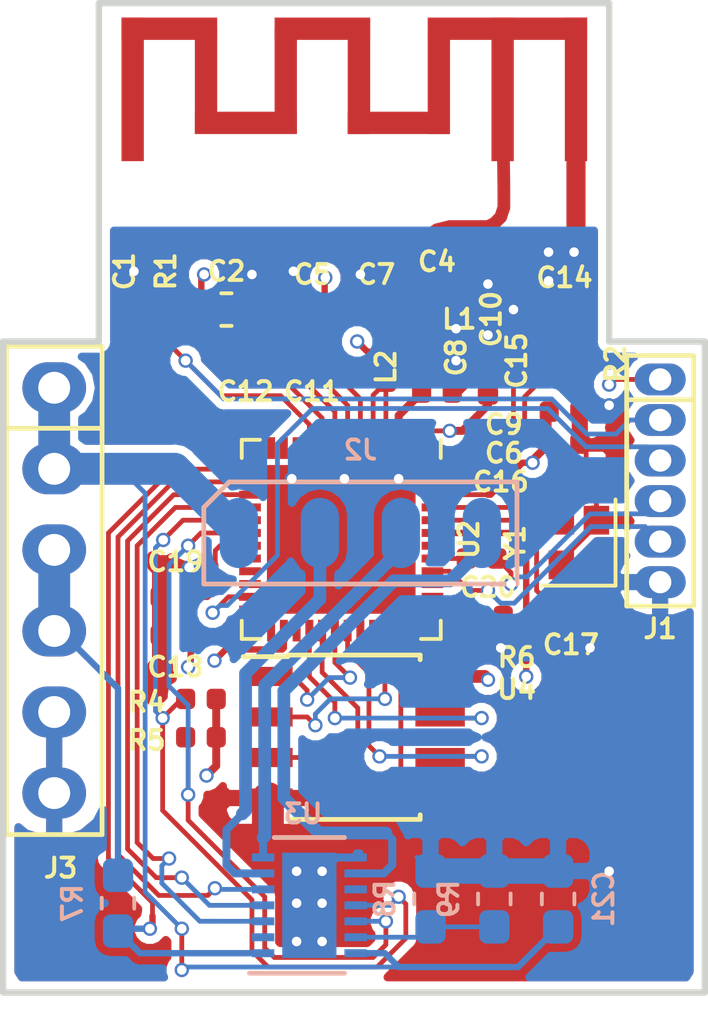
<source format=kicad_pcb>
(kicad_pcb (version 20171130) (host pcbnew "(5.0.0-rc2-199-gf785d2749)")
  (layers (0 TOP signal) (1 GND signal) (2 POWER signal) (31 BOTTOM signal) (34 B.Paste user) (35 F.Paste user) (36 B.SilkS user) (37 F.SilkS user) (38 B.Mask user) (39 F.Mask user) (44 Edge.Cuts user))
  (net 0 "")
  (net 1 /CHIP_PU)
  (net 2 GND)
  (net 3 +3V3)
  (net 4 /Ant)
  (net 5 "Net-(C8-Pad1)")
  (net 6 /SENSOR_VP)
  (net 7 "Net-(C11-Pad2)")
  (net 8 /SENSOR_VN)
  (net 9 "Net-(C12-Pad1)")
  (net 10 "Net-(C14-Pad1)")
  (net 11 "Net-(C15-Pad1)")
  (net 12 "Net-(C16-Pad1)")
  (net 13 "Net-(C17-Pad1)")
  (net 14 +15V)
  (net 15 /U0TXD)
  (net 16 /U0RXD)
  (net 17 /GPIO0)
  (net 18 /RED)
  (net 19 /GREEN)
  (net 20 /BLUE)
  (net 21 /LEDPG)
  (net 22 /FAULTB)
  (net 23 "Net-(R6-Pad2)")
  (net 24 /EN_RGB)
  (net 25 "Net-(R8-Pad2)")
  (net 26 /GPIO21)
  (net 27 /GPIO22)
  (net 28 /GPIO19)
  (net 29 /GPIO23)
  (net 30 /GPIO18)
  (net 31 /GPIO5)
  (net 32 /SDI|SD1)
  (net 33 /SDO|SD0)
  (net 34 /SCK|CLK)
  (net 35 /SCS|CMD)
  (net 36 /SWP|SD3)
  (net 37 /SHD|SD2)
  (net 38 /GPIO17)
  (net 39 /GPIO16)
  (net 40 /GPIO4)
  (net 41 /GPIO2)
  (net 42 /GPIO15)
  (net 43 /GPIO13)
  (net 44 /B)
  (net 45 /G)
  (net 46 /R)
  (net 47 /GPIO32)
  (net 48 /GPIO35)
  (net 49 /GPIO34)
  (net 50 "Net-(U3-Pad2)")
  (net 51 "Net-(U3-Pad10)")
  (net 52 "Net-(L2-Pad2)")
  (module Capacitor_SMD:C_0603_1608Metric_Pad1.05x0.95mm_HandSolder (layer BOTTOM) (at 143.4 105.06717 90)
    (fp_text reference C21 (at 0 1.43 90) (layer B.SilkS) (effects (font (size 0.6 0.6) (thickness 0.125)) (justify mirror)))
    (fp_text value 0.1uF)
    (pad 2 smd roundrect (at 0.875 0 90) (size 1.05 0.95) (layers BOTTOM B.Paste B.Mask) (net 2 GND))
    (pad 1 smd roundrect (at -0.875 0 90) (size 1.05 0.95) (layers BOTTOM B.Paste B.Mask) (net 14 +15V))
  )
  (module IOT_Design:6Pin_1.27mm_conn (layer TOP) (at 146.6 91.965 270)
    (fp_text reference J1 (at 4.635 0) (layer F.SilkS) (effects (font (size 0.6 0.6) (thickness 0.125))))
    (fp_text value DEBUG)
    (pad 1 thru_hole oval (at -3.175 0 270) (size 1 1.6) (drill 0.7) (layers *.Cu *.Mask) (net 3 +3V3))
    (pad 2 thru_hole oval (at -1.905 0 270) (size 1 1.6) (drill 0.7) (layers *.Cu *.Mask) (net 1 /CHIP_PU))
    (pad 3 thru_hole oval (at -0.635 0 270) (size 1 1.6) (drill 0.7) (layers *.Cu *.Mask) (net 17 /GPIO0))
    (pad 4 thru_hole oval (at 0.635 0 270) (size 1 1.6) (drill 0.7) (layers *.Cu *.Mask) (net 15 /U0TXD))
    (pad 5 thru_hole oval (at 1.905 0 270) (size 1 1.6) (drill 0.7) (layers *.Cu *.Mask) (net 16 /U0RXD))
    (pad 6 thru_hole oval (at 3.175 0 270) (size 1 1.6) (drill 0.7) (layers *.Cu *.Mask) (net 2 GND))
  )
  (module IOT_Design:6PIN_conn (layer TOP) (at 127.6 95.4 270)
    (fp_text reference J3 (at 8.7 -0.2) (layer F.SilkS) (effects (font (size 0.6 0.6) (thickness 0.125))))
    (fp_text value INPUT)
    (pad 1 thru_hole oval (at -6.35 0 270) (size 1.6 2) (drill 1) (layers *.Cu *.Mask) (net 14 +15V))
    (pad 2 thru_hole oval (at -3.81 0 270) (size 1.6 2) (drill 1) (layers *.Cu *.Mask) (net 14 +15V))
    (pad 3 thru_hole oval (at -1.27 0 270) (size 1.6 2) (drill 1) (layers *.Cu *.Mask) (net 3 +3V3))
    (pad 4 thru_hole oval (at 1.27 0 270) (size 1.6 2) (drill 1) (layers *.Cu *.Mask) (net 3 +3V3))
    (pad 5 thru_hole oval (at 3.81 0 270) (size 1.6 2) (drill 1) (layers *.Cu *.Mask) (net 2 GND))
    (pad 6 thru_hole oval (at 6.35 0 270) (size 1.6 2) (drill 1) (layers *.Cu *.Mask) (net 2 GND))
  )
  (module Resistor_SMD:R_0603_1608Metric_Pad1.05x0.95mm_HandSolder (layer BOTTOM) (at 129.6 105.2 270)
    (fp_text reference R7 (at 0 1.43 270) (layer B.SilkS) (effects (font (size 0.6 0.6) (thickness 0.125)) (justify mirror)))
    (fp_text value 12K)
    (pad 1 smd roundrect (at -0.875 0 270) (size 1.05 0.95) (layers BOTTOM B.Paste B.Mask) (net 3 +3V3))
    (pad 2 smd roundrect (at 0.875 0 270) (size 1.05 0.95) (layers BOTTOM B.Paste B.Mask) (net 24 /EN_RGB))
  )
  (module Resistor_SMD:R_0603_1608Metric_Pad1.05x0.95mm_HandSolder (layer BOTTOM) (at 139.4 105.06717 270)
    (fp_text reference R8 (at 0 1.43 270) (layer B.SilkS) (effects (font (size 0.6 0.6) (thickness 0.125)) (justify mirror)))
    (fp_text value 12K)
    (pad 1 smd roundrect (at -0.875 0 270) (size 1.05 0.95) (layers BOTTOM B.Paste B.Mask) (net 2 GND))
    (pad 2 smd roundrect (at 0.875 0 270) (size 1.05 0.95) (layers BOTTOM B.Paste B.Mask) (net 25 "Net-(R8-Pad2)"))
  )
  (module Resistor_SMD:R_0603_1608Metric_Pad1.05x0.95mm_HandSolder (layer BOTTOM) (at 141.4 105.06717 270)
    (fp_text reference R9 (at 0 1.43 270) (layer B.SilkS) (effects (font (size 0.6 0.6) (thickness 0.125)) (justify mirror)))
    (fp_text value 12K)
    (pad 2 smd roundrect (at 0.875 0 270) (size 1.05 0.95) (layers BOTTOM B.Paste B.Mask) (net 25 "Net-(R8-Pad2)"))
    (pad 1 smd roundrect (at -0.875 0 270) (size 1.05 0.95) (layers BOTTOM B.Paste B.Mask) (net 2 GND))
  )
  (module IOT_Design:PCB_Antenna_2_4_GHz_ESP32 (layer TOP) (at 136.96 77.8 90)
    (fp_text reference U1 hide)
    (fp_text value Antenna)
    (pad 1 smd rect (at 0 4.85 90) (size 0.7 5) (layers TOP F.Paste) (net 4 /Ant))
    (pad 1 smd rect (at 0 -0.95 90) (size 0.7 3) (layers TOP F.Paste) (net 4 /Ant))
    (pad 1 smd rect (at -1.62 -2.1 90) (size 3.3 0.7) (layers TOP F.Paste) (net 4 /Ant))
    (pad 1 smd rect (at -2.95 -3.35 90) (size 0.7 3.2) (layers TOP F.Paste) (net 4 /Ant))
    (pad 1 smd rect (at -1.62 -4.6 90) (size 3.3 0.7) (layers TOP F.Paste) (net 4 /Ant))
    (pad 1 smd rect (at -1.9 -6.9 90) (size 4.5 0.7) (layers TOP F.Paste) (net 4 /Ant))
    (pad 1 smd rect (at -1.65 0.195 90) (size 3.3 0.705) (layers TOP F.Paste) (net 4 /Ant))
    (pad 2 smd rect (at -1.9 7 90) (size 4.5 0.7) (layers TOP F.Paste) (net 2 GND))
    (pad 1 smd rect (at -1.9 4.7 90) (size 4.5 0.7) (layers TOP F.Paste) (net 4 /Ant))
    (pad 1 smd rect (at -1.65 2.7 90) (size 3.3 0.7) (layers TOP F.Paste) (net 4 /Ant))
    (pad 1 smd rect (at -2.95 1.44 90) (size 0.7 3.2) (layers TOP F.Paste) (net 4 /Ant))
    (pad 1 smd rect (at 0 -5.75 90) (size 0.7 3) (layers TOP F.Paste) (net 4 /Ant))
  )
  (module Package_DFN_QFN:QFN-48-1EP_6x6mm_P0.4mm_EP4.66x4.66mm (layer TOP) (at 136.6 93.8 270)
    (fp_text reference U2 (at 0 -4 270) (layer F.SilkS) (effects (font (size 0.6 0.6) (thickness 0.125))))
    (fp_text value ESP32)
    (pad 48 smd rect (at -2.2 -2.86 270) (size 0.25 0.68) (layers TOP F.Paste F.Mask) (net 10 "Net-(C14-Pad1)"))
    (pad 47 smd rect (at -1.8 -2.86 270) (size 0.25 0.68) (layers TOP F.Paste F.Mask) (net 11 "Net-(C15-Pad1)"))
    (pad 46 smd rect (at -1.4 -2.86 270) (size 0.25 0.68) (layers TOP F.Paste F.Mask) (net 3 +3V3))
    (pad 45 smd rect (at -1 -2.86 270) (size 0.25 0.68) (layers TOP F.Paste F.Mask) (net 12 "Net-(C16-Pad1)"))
    (pad 44 smd rect (at -0.6 -2.86 270) (size 0.25 0.68) (layers TOP F.Paste F.Mask) (net 13 "Net-(C17-Pad1)"))
    (pad 43 smd rect (at -0.2 -2.86 270) (size 0.25 0.68) (layers TOP F.Paste F.Mask) (net 3 +3V3))
    (pad 42 smd rect (at 0.2 -2.86 270) (size 0.25 0.68) (layers TOP F.Paste F.Mask) (net 26 /GPIO21))
    (pad 41 smd rect (at 0.6 -2.86 270) (size 0.25 0.68) (layers TOP F.Paste F.Mask) (net 23 "Net-(R6-Pad2)"))
    (pad 40 smd rect (at 1 -2.86 270) (size 0.25 0.68) (layers TOP F.Paste F.Mask) (net 16 /U0RXD))
    (pad 39 smd rect (at 1.4 -2.86 270) (size 0.25 0.68) (layers TOP F.Paste F.Mask) (net 27 /GPIO22))
    (pad 38 smd rect (at 1.8 -2.86 270) (size 0.25 0.68) (layers TOP F.Paste F.Mask) (net 28 /GPIO19))
    (pad 37 smd rect (at 2.2 -2.86 270) (size 0.25 0.68) (layers TOP F.Paste F.Mask) (net 3 +3V3))
    (pad 36 smd rect (at 2.86 -2.2 270) (size 0.68 0.25) (layers TOP F.Paste F.Mask) (net 29 /GPIO23))
    (pad 35 smd rect (at 2.86 -1.8 270) (size 0.68 0.25) (layers TOP F.Paste F.Mask) (net 30 /GPIO18))
    (pad 34 smd rect (at 2.86 -1.4 270) (size 0.68 0.25) (layers TOP F.Paste F.Mask) (net 31 /GPIO5))
    (pad 33 smd rect (at 2.86 -1 270) (size 0.68 0.25) (layers TOP F.Paste F.Mask) (net 32 /SDI|SD1))
    (pad 32 smd rect (at 2.86 -0.6 270) (size 0.68 0.25) (layers TOP F.Paste F.Mask) (net 33 /SDO|SD0))
    (pad 31 smd rect (at 2.86 -0.2 270) (size 0.68 0.25) (layers TOP F.Paste F.Mask) (net 34 /SCK|CLK))
    (pad 30 smd rect (at 2.86 0.2 270) (size 0.68 0.25) (layers TOP F.Paste F.Mask) (net 35 /SCS|CMD))
    (pad 29 smd rect (at 2.86 0.6 270) (size 0.68 0.25) (layers TOP F.Paste F.Mask) (net 36 /SWP|SD3))
    (pad 28 smd rect (at 2.86 1 270) (size 0.68 0.25) (layers TOP F.Paste F.Mask) (net 37 /SHD|SD2))
    (pad 27 smd rect (at 2.86 1.4 270) (size 0.68 0.25) (layers TOP F.Paste F.Mask) (net 38 /GPIO17))
    (pad 26 smd rect (at 2.86 1.8 270) (size 0.68 0.25) (layers TOP F.Paste F.Mask) (net 3 +3V3))
    (pad 25 smd rect (at 2.86 2.2 270) (size 0.68 0.25) (layers TOP F.Paste F.Mask) (net 39 /GPIO16))
    (pad 24 smd rect (at 2.2 2.86 270) (size 0.25 0.68) (layers TOP F.Paste F.Mask) (net 40 /GPIO4))
    (pad 23 smd rect (at 1.8 2.86 270) (size 0.25 0.68) (layers TOP F.Paste F.Mask) (net 17 /GPIO0))
    (pad 22 smd rect (at 1.4 2.86 270) (size 0.25 0.68) (layers TOP F.Paste F.Mask) (net 41 /GPIO2))
    (pad 21 smd rect (at 1 2.86 270) (size 0.25 0.68) (layers TOP F.Paste F.Mask) (net 42 /GPIO15))
    (pad 20 smd rect (at 0.6 2.86 270) (size 0.25 0.68) (layers TOP F.Paste F.Mask) (net 43 /GPIO13))
    (pad 19 smd rect (at 0.2 2.86 270) (size 0.25 0.68) (layers TOP F.Paste F.Mask) (net 3 +3V3))
    (pad 18 smd rect (at -0.2 2.86 270) (size 0.25 0.68) (layers TOP F.Paste F.Mask) (net 22 /FAULTB))
    (pad 17 smd rect (at -0.6 2.86 270) (size 0.25 0.68) (layers TOP F.Paste F.Mask) (net 21 /LEDPG))
    (pad 16 smd rect (at -1 2.86 270) (size 0.25 0.68) (layers TOP F.Paste F.Mask) (net 44 /B))
    (pad 15 smd rect (at -1.4 2.86 270) (size 0.25 0.68) (layers TOP F.Paste F.Mask) (net 45 /G))
    (pad 14 smd rect (at -1.8 2.86 270) (size 0.25 0.68) (layers TOP F.Paste F.Mask) (net 46 /R))
    (pad 13 smd rect (at -2.2 2.86 270) (size 0.25 0.68) (layers TOP F.Paste F.Mask) (net 24 /EN_RGB))
    (pad 12 smd rect (at -2.86 2.2 270) (size 0.68 0.25) (layers TOP F.Paste F.Mask) (net 47 /GPIO32))
    (pad 11 smd rect (at -2.86 1.8 270) (size 0.68 0.25) (layers TOP F.Paste F.Mask) (net 48 /GPIO35))
    (pad 10 smd rect (at -2.86 1.4 270) (size 0.68 0.25) (layers TOP F.Paste F.Mask) (net 49 /GPIO34))
    (pad 9 smd rect (at -2.86 1 270) (size 0.68 0.25) (layers TOP F.Paste F.Mask) (net 1 /CHIP_PU))
    (pad 8 smd rect (at -2.86 0.6 270) (size 0.68 0.25) (layers TOP F.Paste F.Mask) (net 8 /SENSOR_VN))
    (pad 7 smd rect (at -2.86 0.2 270) (size 0.68 0.25) (layers TOP F.Paste F.Mask) (net 9 "Net-(C12-Pad1)"))
    (pad 6 smd rect (at -2.86 -0.2 270) (size 0.68 0.25) (layers TOP F.Paste F.Mask) (net 7 "Net-(C11-Pad2)"))
    (pad 5 smd rect (at -2.86 -0.6 270) (size 0.68 0.25) (layers TOP F.Paste F.Mask) (net 6 /SENSOR_VP))
    (pad 4 smd rect (at -2.86 -1 270) (size 0.68 0.25) (layers TOP F.Paste F.Mask) (net 52 "Net-(L2-Pad2)"))
    (pad 3 smd rect (at -2.86 -1.4 270) (size 0.68 0.25) (layers TOP F.Paste F.Mask) (net 52 "Net-(L2-Pad2)"))
    (pad 2 smd rect (at -2.86 -1.8 270) (size 0.68 0.25) (layers TOP F.Paste F.Mask) (net 5 "Net-(C8-Pad1)"))
    (pad 1 smd rect (at -2.86 -2.2 270) (size 0.68 0.25) (layers TOP F.Paste F.Mask) (net 3 +3V3))
    (pad 49 smd rect (at 0 0 270) (size 4.66 4.66) (layers TOP F.Mask) (net 2 GND))
  )
  (module Package_DFN_QFN:DFN-14-1EP_3x4mm_P0.5mm_EP1.7x3.3mm (layer BOTTOM) (at 135.6 105.26717)
    (fp_text reference U3 (at -0.2 -2.86717) (layer B.SilkS) (effects (font (size 0.6 0.6) (thickness 0.125)) (justify mirror)))
    (fp_text value AL1793)
    (pad 1 smd rect (at -1.45 1.5) (size 0.7 0.25) (layers BOTTOM B.Paste B.Mask) (net 24 /EN_RGB))
    (pad 2 smd rect (at -1.45 1) (size 0.7 0.25) (layers BOTTOM B.Paste B.Mask) (net 50 "Net-(U3-Pad2)"))
    (pad 3 smd rect (at -1.45 0.5) (size 0.7 0.25) (layers BOTTOM B.Paste B.Mask) (net 44 /B))
    (pad 4 smd rect (at -1.45 0) (size 0.7 0.25) (layers BOTTOM B.Paste B.Mask) (net 45 /G))
    (pad 5 smd rect (at -1.45 -0.5) (size 0.7 0.25) (layers BOTTOM B.Paste B.Mask) (net 46 /R))
    (pad 6 smd rect (at -1.45 -1) (size 0.7 0.25) (layers BOTTOM B.Paste B.Mask) (net 18 /RED))
    (pad 7 smd rect (at -1.45 -1.5) (size 0.7 0.25) (layers BOTTOM B.Paste B.Mask) (net 19 /GREEN))
    (pad 8 smd rect (at 1.45 -1.5) (size 0.7 0.25) (layers BOTTOM B.Paste B.Mask) (net 2 GND))
    (pad 9 smd rect (at 1.45 -1) (size 0.7 0.25) (layers BOTTOM B.Paste B.Mask) (net 20 /BLUE))
    (pad 10 smd rect (at 1.45 -0.5) (size 0.7 0.25) (layers BOTTOM B.Paste B.Mask) (net 51 "Net-(U3-Pad10)"))
    (pad 11 smd rect (at 1.45 0) (size 0.7 0.25) (layers BOTTOM B.Paste B.Mask) (net 21 /LEDPG))
    (pad 12 smd rect (at 1.45 0.5) (size 0.7 0.25) (layers BOTTOM B.Paste B.Mask) (net 22 /FAULTB))
    (pad 13 smd rect (at 1.45 1) (size 0.7 0.25) (layers BOTTOM B.Paste B.Mask) (net 25 "Net-(R8-Pad2)"))
    (pad 14 smd rect (at 1.45 1.5) (size 0.7 0.25) (layers BOTTOM B.Paste B.Mask) (net 14 +15V))
    (pad 15 smd rect (at 0 0) (size 1.7 3.3) (layers BOTTOM B.Mask) (net 2 GND))
  )
  (module Package_SO:SOIC-8_3.9x4.9mm_P1.27mm (layer TOP) (at 137 100)
    (fp_text reference U4 (at 5.1 -1.5) (layer F.SilkS) (effects (font (size 0.6 0.6) (thickness 0.125))))
    (fp_text value Flash)
    (pad 1 smd rect (at -2.7 -1.905) (size 1.55 0.6) (layers TOP F.Paste F.Mask) (net 35 /SCS|CMD))
    (pad 2 smd rect (at -2.7 -0.635) (size 1.55 0.6) (layers TOP F.Paste F.Mask) (net 33 /SDO|SD0))
    (pad 3 smd rect (at -2.7 0.635) (size 1.55 0.6) (layers TOP F.Paste F.Mask) (net 36 /SWP|SD3))
    (pad 4 smd rect (at -2.7 1.905) (size 1.55 0.6) (layers TOP F.Paste F.Mask) (net 2 GND))
    (pad 5 smd rect (at 2.7 1.905) (size 1.55 0.6) (layers TOP F.Paste F.Mask) (net 32 /SDI|SD1))
    (pad 6 smd rect (at 2.7 0.635) (size 1.55 0.6) (layers TOP F.Paste F.Mask) (net 34 /SCK|CLK))
    (pad 7 smd rect (at 2.7 -0.635) (size 1.55 0.6) (layers TOP F.Paste F.Mask) (net 37 /SHD|SD2))
    (pad 8 smd rect (at 2.7 -1.905) (size 1.55 0.6) (layers TOP F.Paste F.Mask) (net 3 +3V3))
  )
  (module Capacitor_SMD:C_0402_1005Metric (layer TOP) (at 129.8 87 90)
    (fp_text reference C1 (at 1.6 0 90) (layer F.SilkS) (effects (font (size 0.6 0.6) (thickness 0.125))))
    (fp_text value 0.1uF)
    (pad 1 smd roundrect (at -0.48 0 90) (size 0.6 0.64) (layers TOP F.Paste F.Mask) (net 1 /CHIP_PU))
    (pad 2 smd roundrect (at 0.48 0 90) (size 0.6 0.64) (layers TOP F.Paste F.Mask) (net 2 GND))
  )
  (module Capacitor_SMD:C_0603_1608Metric (layer TOP) (at 133 86.6)
    (fp_text reference C2 (at 0 -1.2) (layer F.SilkS) (effects (font (size 0.6 0.6) (thickness 0.125))))
    (fp_text value 10uF)
    (pad 1 smd roundrect (at -0.7875 0) (size 0.875 0.95) (layers TOP F.Paste F.Mask) (net 3 +3V3))
    (pad 2 smd roundrect (at 0.7875 0) (size 0.875 0.95) (layers TOP F.Paste F.Mask) (net 2 GND))
  )
  (module Capacitor_SMD:C_0402_1005Metric (layer TOP) (at 139.6 86)
    (fp_text reference C4 (at 0 -0.9) (layer F.SilkS) (effects (font (size 0.6 0.6) (thickness 0.125))))
    (fp_text value 2.0pF)
    (pad 2 smd roundrect (at 0.48 0) (size 0.6 0.64) (layers TOP F.Paste F.Mask) (net 2 GND))
    (pad 1 smd roundrect (at -0.48 0) (size 0.6 0.64) (layers TOP F.Paste F.Mask) (net 4 /Ant))
  )
  (module Capacitor_SMD:C_0402_1005Metric (layer TOP) (at 135.6 86.6 180)
    (fp_text reference C5 (at -0.1 1.1 180) (layer F.SilkS) (effects (font (size 0.6 0.6) (thickness 0.125))))
    (fp_text value 1uF)
    (pad 1 smd roundrect (at -0.48 0 180) (size 0.6 0.64) (layers TOP F.Paste F.Mask) (net 3 +3V3))
    (pad 2 smd roundrect (at 0.48 0 180) (size 0.6 0.64) (layers TOP F.Paste F.Mask) (net 2 GND))
  )
  (module Capacitor_SMD:C_0402_1005Metric (layer TOP) (at 143.6 90.8)
    (fp_text reference C6 (at -1.9 0.3) (layer F.SilkS) (effects (font (size 0.6 0.6) (thickness 0.125))))
    (fp_text value 100pF)
    (pad 1 smd roundrect (at -0.48 0) (size 0.6 0.64) (layers TOP F.Paste F.Mask) (net 3 +3V3))
    (pad 2 smd roundrect (at 0.48 0) (size 0.6 0.64) (layers TOP F.Paste F.Mask) (net 2 GND))
  )
  (module Capacitor_SMD:C_0402_1005Metric (layer TOP) (at 137.6 86.6 180)
    (fp_text reference C7 (at -0.1 1.1 180) (layer F.SilkS) (effects (font (size 0.6 0.6) (thickness 0.125))))
    (fp_text value 0.1uF)
    (pad 2 smd roundrect (at 0.48 0 180) (size 0.6 0.64) (layers TOP F.Paste F.Mask) (net 2 GND))
    (pad 1 smd roundrect (at -0.48 0 180) (size 0.6 0.64) (layers TOP F.Paste F.Mask) (net 3 +3V3))
  )
  (module Capacitor_SMD:C_0402_1005Metric (layer TOP) (at 139.6 89.2)
    (fp_text reference C8 (at 0.6 -1.1 90) (layer F.SilkS) (effects (font (size 0.6 0.6) (thickness 0.125))))
    (fp_text value 2.7pF)
    (pad 1 smd roundrect (at -0.48 0) (size 0.6 0.64) (layers TOP F.Paste F.Mask) (net 5 "Net-(C8-Pad1)"))
    (pad 2 smd roundrect (at 0.48 0) (size 0.6 0.64) (layers TOP F.Paste F.Mask) (net 2 GND))
  )
  (module Capacitor_SMD:C_0402_1005Metric (layer TOP) (at 143.6 89.8)
    (fp_text reference C9 (at -1.9 0.4) (layer F.SilkS) (effects (font (size 0.6 0.6) (thickness 0.125))))
    (fp_text value 1uF)
    (pad 2 smd roundrect (at 0.48 0) (size 0.6 0.64) (layers TOP F.Paste F.Mask) (net 2 GND))
    (pad 1 smd roundrect (at -0.48 0) (size 0.6 0.64) (layers TOP F.Paste F.Mask) (net 3 +3V3))
  )
  (module Capacitor_SMD:C_0402_1005Metric (layer TOP) (at 141.2 88.8 90)
    (fp_text reference C10 (at 1.9 0.1 270) (layer F.SilkS) (effects (font (size 0.6 0.6) (thickness 0.125))))
    (fp_text value 0.1uF)
    (pad 1 smd roundrect (at -0.48 0 90) (size 0.6 0.64) (layers TOP F.Paste F.Mask) (net 3 +3V3))
    (pad 2 smd roundrect (at 0.48 0 90) (size 0.6 0.64) (layers TOP F.Paste F.Mask) (net 2 GND))
  )
  (module Capacitor_SMD:C_0402_1005Metric (layer TOP) (at 135.68 88 180)
    (fp_text reference C11 (at 0 -1.17 180) (layer F.SilkS) (effects (font (size 0.6 0.6) (thickness 0.125))))
    (fp_text value 270pF)
    (pad 1 smd roundrect (at -0.48 0 180) (size 0.6 0.64) (layers TOP F.Paste F.Mask) (net 6 /SENSOR_VP))
    (pad 2 smd roundrect (at 0.48 0 180) (size 0.6 0.64) (layers TOP F.Paste F.Mask) (net 7 "Net-(C11-Pad2)"))
  )
  (module Capacitor_SMD:C_0402_1005Metric (layer TOP) (at 133.6 88 180)
    (fp_text reference C12 (at 0 -1.17 180) (layer F.SilkS) (effects (font (size 0.6 0.6) (thickness 0.125))))
    (fp_text value 270pF)
    (pad 2 smd roundrect (at 0.48 0 180) (size 0.6 0.64) (layers TOP F.Paste F.Mask) (net 8 /SENSOR_VN))
    (pad 1 smd roundrect (at -0.48 0 180) (size 0.6 0.64) (layers TOP F.Paste F.Mask) (net 9 "Net-(C12-Pad1)"))
  )
  (module Capacitor_SMD:C_0402_1005Metric (layer TOP) (at 143.6 86.6 180)
    (fp_text reference C14 (at 0 1 180) (layer F.SilkS) (effects (font (size 0.6 0.6) (thickness 0.125))))
    (fp_text value 10nF)
    (pad 2 smd roundrect (at 0.48 0 180) (size 0.6 0.64) (layers TOP F.Paste F.Mask) (net 2 GND))
    (pad 1 smd roundrect (at -0.48 0 180) (size 0.6 0.64) (layers TOP F.Paste F.Mask) (net 10 "Net-(C14-Pad1)"))
  )
  (module Capacitor_SMD:C_0402_1005Metric (layer TOP) (at 143 88.2 90)
    (fp_text reference C15 (at 0 -0.9 90) (layer F.SilkS) (effects (font (size 0.6 0.6) (thickness 0.125))))
    (fp_text value 3.3nF)
    (pad 1 smd roundrect (at -0.48 0 90) (size 0.6 0.64) (layers TOP F.Paste F.Mask) (net 11 "Net-(C15-Pad1)"))
    (pad 2 smd roundrect (at 0.48 0 90) (size 0.6 0.64) (layers TOP F.Paste F.Mask) (net 10 "Net-(C14-Pad1)"))
  )
  (module Capacitor_SMD:C_0402_1005Metric (layer TOP) (at 143.8 92)
    (fp_text reference C16 (at -2.2 0 180) (layer F.SilkS) (effects (font (size 0.6 0.6) (thickness 0.125))))
    (fp_text value 22pF)
    (pad 2 smd roundrect (at 0.48 0) (size 0.6 0.64) (layers TOP F.Paste F.Mask) (net 2 GND))
    (pad 1 smd roundrect (at -0.48 0) (size 0.6 0.64) (layers TOP F.Paste F.Mask) (net 12 "Net-(C16-Pad1)"))
  )
  (module Capacitor_SMD:C_0402_1005Metric (layer TOP) (at 143.8 96)
    (fp_text reference C17 (at 0 1.1) (layer F.SilkS) (effects (font (size 0.6 0.6) (thickness 0.125))))
    (fp_text value 22pF)
    (pad 1 smd roundrect (at -0.48 0) (size 0.6 0.64) (layers TOP F.Paste F.Mask) (net 13 "Net-(C17-Pad1)"))
    (pad 2 smd roundrect (at 0.48 0) (size 0.6 0.64) (layers TOP F.Paste F.Mask) (net 2 GND))
  )
  (module Capacitor_SMD:C_0402_1005Metric (layer TOP) (at 131.4 96.8 180)
    (fp_text reference C18 (at 0 -1 180) (layer F.SilkS) (effects (font (size 0.6 0.6) (thickness 0.125))))
    (fp_text value 1uF)
    (pad 1 smd roundrect (at -0.48 0 180) (size 0.6 0.64) (layers TOP F.Paste F.Mask) (net 3 +3V3))
    (pad 2 smd roundrect (at 0.48 0 180) (size 0.6 0.64) (layers TOP F.Paste F.Mask) (net 2 GND))
  )
  (module Capacitor_SMD:C_0402_1005Metric (layer TOP) (at 131.4 95.6 180)
    (fp_text reference C19 (at 0 1.1 180) (layer F.SilkS) (effects (font (size 0.6 0.6) (thickness 0.125))))
    (fp_text value 0.1uF)
    (pad 2 smd roundrect (at 0.48 0 180) (size 0.6 0.64) (layers TOP F.Paste F.Mask) (net 2 GND))
    (pad 1 smd roundrect (at -0.48 0 180) (size 0.6 0.64) (layers TOP F.Paste F.Mask) (net 3 +3V3))
  )
  (module Capacitor_SMD:C_0402_1005Metric (layer TOP) (at 141.2 96.2)
    (fp_text reference C20 (at 0 -0.9) (layer F.SilkS) (effects (font (size 0.6 0.6) (thickness 0.125))))
    (fp_text value C_Small)
    (pad 2 smd roundrect (at 0.48 0) (size 0.6 0.64) (layers TOP F.Paste F.Mask) (net 2 GND))
    (pad 1 smd roundrect (at -0.48 0) (size 0.6 0.64) (layers TOP F.Paste F.Mask) (net 3 +3V3))
  )
  (module IOT_Design:4Pin_smd_conn (layer BOTTOM) (at 137.2 93.6)
    (fp_text reference J2 (at 0 -2.6) (layer B.SilkS) (effects (font (size 0.6 0.6) (thickness 0.125)) (justify mirror)))
    (fp_text value OUTPUT)
    (pad 1 smd oval (at -3.81 0) (size 1.2 2.2) (layers BOTTOM B.Paste B.Mask) (net 14 +15V))
    (pad 2 smd oval (at -1.27 0) (size 1.2 2.2) (layers BOTTOM B.Paste B.Mask) (net 18 /RED))
    (pad 3 smd oval (at 1.27 0) (size 1.2 2.2) (layers BOTTOM B.Paste B.Mask) (net 19 /GREEN))
    (pad 4 smd oval (at 3.81 0) (size 1.2 2.2) (layers BOTTOM B.Paste B.Mask) (net 20 /BLUE))
  )
  (module Inductor_SMD:L_0402_1005Metric (layer TOP) (at 139.2 87.6 270)
    (fp_text reference L1 (at -0.7 -1.1) (layer F.SilkS) (effects (font (size 0.6 0.6) (thickness 0.125))))
    (fp_text value 2.7nH)
    (pad 1 smd roundrect (at -0.48 0 270) (size 0.6 0.64) (layers TOP F.Paste F.Mask) (net 4 /Ant))
    (pad 2 smd roundrect (at 0.48 0 270) (size 0.6 0.64) (layers TOP F.Paste F.Mask) (net 5 "Net-(C8-Pad1)"))
  )
  (module Inductor_SMD:L_0402_1005Metric (layer TOP) (at 138 88.4 270)
    (fp_text reference L2 (at 0 0 270) (layer F.SilkS) (effects (font (size 0.6 0.6) (thickness 0.125))))
    (fp_text value 2.0nH)
    (pad 2 smd roundrect (at 0.48 0 270) (size 0.6 0.64) (layers TOP F.Paste F.Mask) (net 52 "Net-(L2-Pad2)"))
    (pad 1 smd roundrect (at -0.48 0 270) (size 0.6 0.64) (layers TOP F.Paste F.Mask) (net 3 +3V3))
  )
  (module Resistor_SMD:R_0402_1005Metric (layer TOP) (at 131 87 90)
    (fp_text reference R1 (at 1.6 0.1 90) (layer F.SilkS) (effects (font (size 0.6 0.6) (thickness 0.125))))
    (fp_text value 10K)
    (pad 1 smd roundrect (at -0.48 0 90) (size 0.6 0.64) (layers TOP F.Paste F.Mask) (net 1 /CHIP_PU))
    (pad 2 smd roundrect (at 0.48 0 90) (size 0.6 0.64) (layers TOP F.Paste F.Mask) (net 3 +3V3))
  )
  (module Resistor_SMD:R_0402_1005Metric (layer TOP) (at 144.2 88.2 90)
    (fp_text reference R2 (at -0.1 1 90) (layer F.SilkS) (effects (font (size 0.6 0.6) (thickness 0.125))))
    (fp_text value 20K)
    (pad 1 smd roundrect (at -0.48 0 90) (size 0.6 0.64) (layers TOP F.Paste F.Mask) (net 11 "Net-(C15-Pad1)"))
    (pad 2 smd roundrect (at 0.48 0 90) (size 0.6 0.64) (layers TOP F.Paste F.Mask) (net 10 "Net-(C14-Pad1)"))
  )
  (module Resistor_SMD:R_0402_1005Metric (layer TOP) (at 132.2 98.8)
    (fp_text reference R4 (at -1.7 0.1) (layer F.SilkS) (effects (font (size 0.6 0.6) (thickness 0.125))))
    (fp_text value 12K)
    (pad 2 smd roundrect (at 0.48 0) (size 0.6 0.64) (layers TOP F.Paste F.Mask) (net 3 +3V3))
    (pad 1 smd roundrect (at -0.48 0) (size 0.6 0.64) (layers TOP F.Paste F.Mask) (net 21 /LEDPG))
  )
  (module Resistor_SMD:R_0402_1005Metric (layer TOP) (at 132.2 100)
    (fp_text reference R5 (at -1.7 0.1) (layer F.SilkS) (effects (font (size 0.6 0.6) (thickness 0.125))))
    (fp_text value 12K)
    (pad 1 smd roundrect (at -0.48 0) (size 0.6 0.64) (layers TOP F.Paste F.Mask) (net 22 /FAULTB))
    (pad 2 smd roundrect (at 0.48 0) (size 0.6 0.64) (layers TOP F.Paste F.Mask) (net 3 +3V3))
  )
  (module Resistor_SMD:R_0402_1005Metric (layer TOP) (at 141 94.4 180)
    (fp_text reference R6 (at -1.1 -3.1 180) (layer F.SilkS) (effects (font (size 0.6 0.6) (thickness 0.125))))
    (fp_text value 470R)
    (pad 2 smd roundrect (at 0.48 0 180) (size 0.6 0.64) (layers TOP F.Paste F.Mask) (net 23 "Net-(R6-Pad2)"))
    (pad 1 smd roundrect (at -0.48 0 180) (size 0.6 0.64) (layers TOP F.Paste F.Mask) (net 15 /U0TXD))
  )
  (module Crystal:Crystal_SMD_2016-4Pin_2.0x1.6mm (layer TOP) (at 144.05 93.9 90)
    (fp_text reference Y1 (at 0 -2 90) (layer F.SilkS) (effects (font (size 0.6 0.6) (thickness 0.125))))
    (fp_text value 40MHz)
    (pad 1 smd rect (at -0.7 0.55 90) (size 0.9 0.8) (layers TOP F.Paste F.Mask) (net 13 "Net-(C17-Pad1)"))
    (pad 2 smd rect (at 0.7 0.55 90) (size 0.9 0.8) (layers TOP F.Paste F.Mask) (net 2 GND))
    (pad 3 smd rect (at 0.7 -0.55 90) (size 0.9 0.8) (layers TOP F.Paste F.Mask) (net 12 "Net-(C16-Pad1)"))
    (pad 4 smd rect (at -0.7 -0.55 90) (size 0.9 0.8) (layers TOP F.Paste F.Mask) (net 2 GND))
  )
  (gr_line (start 148 108) (end 126 108) (layer Edge.Cuts) (width 0.2))
  (gr_line (start 148 108) (end 148 87.6) (layer Edge.Cuts) (width 0.2))
  (gr_line (start 126 108) (end 126 87.6) (layer Edge.Cuts) (width 0.2))
  (gr_line (start 148 87.6) (end 145 87.6) (layer Edge.Cuts) (width 0.2))
  (gr_line (start 129 87.6) (end 126 87.6) (layer Edge.Cuts) (width 0.2))
  (gr_line (start 129 87.6) (end 129 77) (layer Edge.Cuts) (width 0.2))
  (gr_line (start 145 87.6) (end 145 77) (layer Edge.Cuts) (width 0.2))
  (gr_line (start 145 77) (end 129 77) (layer Edge.Cuts) (width 0.2))
  (segment (start 131 87.48) (end 129.8 87.48) (width 0.2) (layer TOP) (net 1))
  (via (at 131.72 88.2) (size 0.45) (drill 0.3) (layers TOP BOTTOM) (net 1))
  (segment (start 131.72 88.2) (end 131 87.48) (width 0.15) (layer TOP) (net 1))
  (segment (start 132.82 89.3) (end 131.72 88.2) (width 0.15) (layer TOP) (net 1))
  (segment (start 134.7 89.3) (end 132.82 89.3) (width 0.15) (layer TOP) (net 1))
  (segment (start 135.6 90.94) (end 135.6 90.2) (width 0.15) (layer TOP) (net 1))
  (segment (start 135.6 90.2) (end 134.7 89.3) (width 0.15) (layer TOP) (net 1))
  (segment (start 132.92 89.4) (end 131.72 88.2) (width 0.15) (layer BOTTOM) (net 1))
  (segment (start 143.2 89.4) (end 132.92 89.4) (width 0.15) (layer BOTTOM) (net 1))
  (segment (start 144.3 90.5) (end 143.2 89.4) (width 0.15) (layer BOTTOM) (net 1))
  (segment (start 145.21 90.5) (end 144.3 90.5) (width 0.15) (layer BOTTOM) (net 1))
  (segment (start 146.6 90.06) (end 145.65 90.06) (width 0.15) (layer BOTTOM) (net 1))
  (segment (start 145.65 90.06) (end 145.21 90.5) (width 0.15) (layer BOTTOM) (net 1))
  (segment (start 130.92 95.6) (end 130.92 96.8) (width 0.15) (layer TOP) (net 2))
  (segment (start 144.28 91) (end 144.08 90.8) (width 0.15) (layer TOP) (net 2))
  (segment (start 144.28 92) (end 144.28 91) (width 0.15) (layer TOP) (net 2))
  (segment (start 144.08 90.8) (end 144.08 89.8) (width 0.15) (layer TOP) (net 2))
  (segment (start 140.32 89.2) (end 141.2 88.32) (width 0.15) (layer TOP) (net 2))
  (segment (start 140.08 89.2) (end 140.32 89.2) (width 0.15) (layer TOP) (net 2))
  (segment (start 142.92 86.6) (end 143.12 86.6) (width 0.15) (layer TOP) (net 2))
  (segment (start 141.2 88.32) (end 142.92 86.6) (width 0.15) (layer TOP) (net 2))
  (segment (start 138.975 103.76717) (end 139.4 104.19217) (width 0.15) (layer BOTTOM) (net 2))
  (segment (start 143.4 104.19217) (end 141.4 104.19217) (width 0.8) (layer BOTTOM) (net 2))
  (segment (start 141.4 104.19217) (end 139.4 104.19217) (width 0.8) (layer BOTTOM) (net 2))
  (segment (start 135.6 104.61717) (end 135.6 105.26717) (width 0.25) (layer BOTTOM) (net 2))
  (segment (start 136.45 103.76717) (end 135.6 104.61717) (width 0.25) (layer BOTTOM) (net 2))
  (segment (start 137.05 103.76717) (end 136.45 103.76717) (width 0.25) (layer BOTTOM) (net 2))
  (via (at 135.2 104.2) (size 0.45) (drill 0.3) (layers TOP BOTTOM) (net 2))
  (via (at 135.2 105.2) (size 0.45) (drill 0.3) (layers TOP BOTTOM) (net 2))
  (via (at 135.2 106.4) (size 0.45) (drill 0.3) (layers TOP BOTTOM) (net 2))
  (via (at 136 106.4) (size 0.45) (drill 0.3) (layers TOP BOTTOM) (net 2))
  (via (at 136 105.2) (size 0.45) (drill 0.3) (layers TOP BOTTOM) (net 2))
  (via (at 136 104.2) (size 0.45) (drill 0.3) (layers TOP BOTTOM) (net 2))
  (segment (start 134.3 103.3) (end 135.2 104.2) (width 1) (layer TOP) (net 2))
  (segment (start 134.3 101.905) (end 134.3 103.3) (width 1) (layer TOP) (net 2))
  (via (at 141.6 97.2) (size 0.45) (drill 0.3) (layers TOP BOTTOM) (net 2))
  (segment (start 141.68 96.2) (end 141.68 97.12) (width 0.15) (layer TOP) (net 2))
  (segment (start 141.68 97.12) (end 141.6 97.2) (width 0.15) (layer TOP) (net 2))
  (via (at 144.4 97.2) (size 0.45) (drill 0.3) (layers TOP BOTTOM) (net 2))
  (segment (start 144.28 96) (end 144.28 97.08) (width 0.15) (layer TOP) (net 2))
  (segment (start 144.28 97.08) (end 144.4 97.2) (width 0.15) (layer TOP) (net 2))
  (via (at 145 89.6) (size 0.45) (drill 0.3) (layers TOP BOTTOM) (net 2))
  (segment (start 144.08 89.8) (end 144.8 89.8) (width 0.15) (layer TOP) (net 2))
  (segment (start 144.8 89.8) (end 145 89.6) (width 0.15) (layer TOP) (net 2))
  (via (at 142 86.6) (size 0.45) (drill 0.3) (layers TOP BOTTOM) (net 2))
  (segment (start 143.12 86.6) (end 142 86.6) (width 0.15) (layer TOP) (net 2))
  (via (at 141.2 87.4) (size 0.45) (drill 0.3) (layers TOP BOTTOM) (net 2))
  (segment (start 141.2 88.32) (end 141.2 87.4) (width 0.15) (layer TOP) (net 2))
  (via (at 140.2 87.2) (size 0.45) (drill 0.3) (layers TOP BOTTOM) (net 2))
  (segment (start 140.08 86) (end 140.08 87.08) (width 0.15) (layer TOP) (net 2))
  (segment (start 140.08 87.08) (end 140.2 87.2) (width 0.15) (layer TOP) (net 2))
  (via (at 140.2 88.2) (size 0.45) (drill 0.3) (layers TOP BOTTOM) (net 2))
  (segment (start 140.2 87.2) (end 140.2 88.2) (width 0.15) (layer BOTTOM) (net 2))
  (segment (start 140.2 89.08) (end 140.08 89.2) (width 0.15) (layer TOP) (net 2))
  (segment (start 140.2 88.2) (end 140.2 89.08) (width 0.15) (layer TOP) (net 2))
  (via (at 141.2 85.8) (size 0.45) (drill 0.3) (layers TOP BOTTOM) (net 2))
  (segment (start 140.08 86) (end 141 86) (width 0.15) (layer TOP) (net 2))
  (segment (start 141 86) (end 141.2 85.8) (width 0.15) (layer TOP) (net 2))
  (via (at 131.828552 94.678555) (size 0.45) (drill 0.3) (layers TOP BOTTOM) (net 2))
  (segment (start 131.321445 94.678555) (end 131.828552 94.678555) (width 0.15) (layer TOP) (net 2))
  (segment (start 130.92 95.6) (end 130.92 95.08) (width 0.15) (layer TOP) (net 2))
  (segment (start 130.92 95.08) (end 131.321445 94.678555) (width 0.15) (layer TOP) (net 2))
  (via (at 145 104.2) (size 0.45) (drill 0.3) (layers TOP BOTTOM) (net 2))
  (segment (start 143.4 104.19217) (end 144.99217 104.19217) (width 0.15) (layer BOTTOM) (net 2))
  (segment (start 144.99217 104.19217) (end 145 104.2) (width 0.15) (layer BOTTOM) (net 2))
  (segment (start 144.6 93.355002) (end 144.6 93.2) (width 0.15) (layer TOP) (net 2))
  (segment (start 143.5 94.455002) (end 144.6 93.355002) (width 0.15) (layer TOP) (net 2))
  (segment (start 143.5 94.6) (end 143.5 94.455002) (width 0.15) (layer TOP) (net 2))
  (segment (start 144.6 92.32) (end 144.28 92) (width 0.15) (layer TOP) (net 2))
  (segment (start 144.6 93.2) (end 144.6 92.32) (width 0.15) (layer TOP) (net 2))
  (via (at 136.7 91.9) (size 0.45) (drill 0.3) (layers TOP BOTTOM) (net 2))
  (via (at 138.4 91.9) (size 0.45) (drill 0.3) (layers TOP BOTTOM) (net 2))
  (via (at 130.1 85.4) (size 0.45) (drill 0.3) (layers TOP BOTTOM) (net 2))
  (segment (start 129.8 86.52) (end 129.8 85.7) (width 0.2) (layer TOP) (net 2))
  (segment (start 129.8 85.7) (end 130.1 85.4) (width 0.2) (layer TOP) (net 2))
  (via (at 135.1 85.4) (size 0.45) (drill 0.3) (layers TOP BOTTOM) (net 2))
  (segment (start 135.12 86.6) (end 135.12 85.42) (width 0.2) (layer TOP) (net 2))
  (segment (start 135.12 85.42) (end 135.1 85.4) (width 0.2) (layer TOP) (net 2))
  (via (at 137.2 85.5) (size 0.45) (drill 0.3) (layers TOP BOTTOM) (net 2))
  (segment (start 137.12 86.6) (end 137.12 85.58) (width 0.2) (layer TOP) (net 2))
  (segment (start 137.12 85.58) (end 137.2 85.5) (width 0.2) (layer TOP) (net 2))
  (via (at 133.8 85.5) (size 0.45) (drill 0.3) (layers TOP BOTTOM) (net 2))
  (segment (start 133.7875 86.6) (end 133.7875 85.5125) (width 0.2) (layer TOP) (net 2))
  (segment (start 133.7875 85.5125) (end 133.8 85.5) (width 0.2) (layer TOP) (net 2))
  (via (at 135.05001 91.9) (size 0.45) (drill 0.3) (layers TOP BOTTOM) (net 2))
  (via (at 143.9 84.8) (size 0.45) (drill 0.3) (layers TOP BOTTOM) (net 2))
  (segment (start 143.96 79.7) (end 143.96 84.74) (width 0.6) (layer TOP) (net 2))
  (segment (start 143.96 84.74) (end 143.9 84.8) (width 0.6) (layer TOP) (net 2))
  (via (at 143.1 84.8) (size 0.45) (drill 0.3) (layers TOP BOTTOM) (net 2))
  (segment (start 143.1 84.8) (end 143.9 84.8) (width 0.6) (layer TOP) (net 2))
  (via (at 143.1 85.7) (size 0.45) (drill 0.3) (layers TOP BOTTOM) (net 2))
  (segment (start 143.1 84.8) (end 143.1 85.7) (width 0.6) (layer TOP) (net 2))
  (segment (start 140.52 96) (end 140.72 96.2) (width 0.15) (layer TOP) (net 3))
  (segment (start 139.46 96) (end 140.52 96) (width 0.15) (layer TOP) (net 3))
  (segment (start 131.88 95.57) (end 131.88 95.6) (width 0.15) (layer TOP) (net 3))
  (segment (start 143.12 90.8) (end 143.12 89.8) (width 0.15) (layer TOP) (net 3))
  (segment (start 138.08 87.84) (end 138 87.92) (width 0.15) (layer TOP) (net 3))
  (segment (start 138.08 86.6) (end 138.08 87.84) (width 0.15) (layer TOP) (net 3))
  (segment (start 132.1325 86.52) (end 132.2125 86.6) (width 0.15) (layer TOP) (net 3))
  (segment (start 131 86.52) (end 132.1325 86.52) (width 0.15) (layer TOP) (net 3))
  (segment (start 127.6 94.13) (end 127.6 96.67) (width 1) (layer BOTTOM) (net 3))
  (segment (start 140.72 97.075) (end 139.7 98.095) (width 0.4) (layer TOP) (net 3))
  (segment (start 140.72 96.2) (end 140.72 97.075) (width 0.4) (layer TOP) (net 3))
  (segment (start 131.88 96.8) (end 131.88 95.6) (width 0.4) (layer TOP) (net 3))
  (segment (start 132.65 94.6) (end 132.65 95.35) (width 0.2) (layer TOP) (net 3))
  (segment (start 132.4 95.6) (end 131.88 95.6) (width 0.2) (layer TOP) (net 3))
  (segment (start 132.65 95.35) (end 132.4 95.6) (width 0.2) (layer TOP) (net 3))
  (segment (start 132.65 94.15) (end 132.65 94.6) (width 0.15) (layer TOP) (net 3))
  (segment (start 133.74 94) (end 132.8 94) (width 0.15) (layer TOP) (net 3))
  (segment (start 132.8 94) (end 132.65 94.15) (width 0.15) (layer TOP) (net 3))
  (via (at 131.8 97.8) (size 0.45) (drill 0.3) (layers TOP BOTTOM) (net 3))
  (segment (start 131.88 96.8) (end 131.88 97.72) (width 0.2) (layer TOP) (net 3))
  (segment (start 131.88 97.72) (end 131.8 97.8) (width 0.2) (layer TOP) (net 3))
  (via (at 131.8 97.8) (size 0.45) (drill 0.3) (layers TOP BOTTOM) (net 3))
  (segment (start 132.68 98.8) (end 132.68 100) (width 0.25) (layer TOP) (net 3))
  (via (at 132.375 101.2) (size 0.45) (drill 0.3) (layers TOP BOTTOM) (net 3))
  (segment (start 132.68 100) (end 132.68 100.895) (width 0.25) (layer TOP) (net 3))
  (segment (start 132.68 100.895) (end 132.375 101.2) (width 0.25) (layer TOP) (net 3))
  (segment (start 135.743716 86.936284) (end 136.08 86.6) (width 0.15) (layer TOP) (net 3))
  (segment (start 135.32999 87.35001) (end 135.743716 86.936284) (width 0.15) (layer TOP) (net 3))
  (segment (start 132.96251 87.35001) (end 135.32999 87.35001) (width 0.15) (layer TOP) (net 3))
  (segment (start 132.2125 86.6) (end 132.96251 87.35001) (width 0.15) (layer TOP) (net 3))
  (via (at 141.2 98.2) (size 0.45) (drill 0.3) (layers TOP BOTTOM) (net 3))
  (segment (start 139.7 98.095) (end 141.095 98.095) (width 0.4) (layer TOP) (net 3))
  (segment (start 141.095 98.095) (end 141.2 98.2) (width 0.4) (layer TOP) (net 3))
  (segment (start 142.783716 91.136284) (end 143.12 90.8) (width 0.15) (layer TOP) (net 3))
  (segment (start 139.46 92.4) (end 141.18998 92.4) (width 0.15) (layer TOP) (net 3))
  (via (at 140 90.4) (size 0.45) (drill 0.3) (layers TOP BOTTOM) (net 3))
  (segment (start 141.2 89.6) (end 141.2 89.28) (width 0.25) (layer TOP) (net 3))
  (segment (start 140 90.4) (end 140.4 90.4) (width 0.25) (layer TOP) (net 3))
  (segment (start 140.4 90.4) (end 141.2 89.6) (width 0.25) (layer TOP) (net 3))
  (segment (start 142.6 91.32) (end 142.6 91.4) (width 0.25) (layer TOP) (net 3))
  (segment (start 143.12 90.8) (end 142.6 91.32) (width 0.25) (layer TOP) (net 3))
  (via (at 142.6 91.4) (size 0.45) (drill 0.3) (layers TOP BOTTOM) (net 3))
  (segment (start 142.281802 91.4) (end 142.6 91.4) (width 0.2) (layer TOP) (net 3))
  (segment (start 141.281802 92.4) (end 142.281802 91.4) (width 0.2) (layer TOP) (net 3))
  (segment (start 141.18998 92.4) (end 141.281802 92.4) (width 0.2) (layer TOP) (net 3))
  (segment (start 127.8 96.67) (end 127.6 96.67) (width 0.2) (layer BOTTOM) (net 3))
  (segment (start 129.6 98.47) (end 127.8 96.67) (width 0.2) (layer BOTTOM) (net 3))
  (segment (start 129.6 104.325) (end 129.6 98.47) (width 0.2) (layer BOTTOM) (net 3))
  (via (at 145 88.949997) (size 0.45) (drill 0.3) (layers TOP BOTTOM) (net 3))
  (segment (start 146.6 88.79) (end 145.159997 88.79) (width 0.15) (layer TOP) (net 3))
  (segment (start 145.159997 88.79) (end 145 88.949997) (width 0.15) (layer TOP) (net 3))
  (via (at 142.4 98.1) (size 0.45) (drill 0.3) (layers TOP BOTTOM) (net 3))
  (segment (start 138.9 90.4) (end 140 90.4) (width 0.15) (layer TOP) (net 3))
  (segment (start 138.8 90.94) (end 138.8 90.5) (width 0.15) (layer TOP) (net 3))
  (segment (start 138.8 90.5) (end 138.9 90.4) (width 0.15) (layer TOP) (net 3))
  (via (at 132.625 97.6) (size 0.45) (drill 0.3) (layers TOP BOTTOM) (net 3))
  (segment (start 132.974999 97.250001) (end 132.625 97.6) (width 0.2) (layer TOP) (net 3))
  (segment (start 134.749999 97.250001) (end 132.974999 97.250001) (width 0.2) (layer TOP) (net 3))
  (segment (start 134.8 96.66) (end 134.8 97.2) (width 0.2) (layer TOP) (net 3))
  (segment (start 134.8 97.2) (end 134.749999 97.250001) (width 0.2) (layer TOP) (net 3))
  (via (at 137.1 87.6) (size 0.45) (drill 0.3) (layers TOP BOTTOM) (net 3))
  (segment (start 138 87.92) (end 137.42 87.92) (width 0.2) (layer TOP) (net 3))
  (segment (start 137.42 87.92) (end 137.1 87.6) (width 0.2) (layer TOP) (net 3))
  (via (at 136.1 85.6) (size 0.45) (drill 0.3) (layers TOP BOTTOM) (net 3))
  (segment (start 136.08 86.6) (end 136.08 85.62) (width 0.2) (layer TOP) (net 3))
  (segment (start 136.08 85.62) (end 136.1 85.6) (width 0.2) (layer TOP) (net 3))
  (via (at 132.300022 85.5) (size 0.45) (drill 0.3) (layers TOP BOTTOM) (net 3))
  (segment (start 132.2125 85.587522) (end 132.300022 85.5) (width 0.2) (layer TOP) (net 3))
  (segment (start 132.2125 86.6) (end 132.2125 85.587522) (width 0.2) (layer TOP) (net 3))
  (segment (start 142.4 93.7) (end 142.4 98.1) (width 0.2) (layer TOP) (net 3))
  (segment (start 142.3 93.6) (end 142.4 93.7) (width 0.2) (layer TOP) (net 3))
  (segment (start 139.46 93.6) (end 142.3 93.6) (width 0.2) (layer TOP) (net 3))
  (segment (start 139.2 86.08) (end 139.12 86) (width 0.15) (layer TOP) (net 4))
  (segment (start 139.12 87.04) (end 139.2 87.12) (width 0.4) (layer TOP) (net 4))
  (segment (start 139.12 86) (end 139.12 87.04) (width 0.4) (layer TOP) (net 4))
  (segment (start 139.12 86) (end 139.1 85) (width 0.4) (layer TOP) (net 4))
  (segment (start 141.7 82.9) (end 141.66 79.7) (width 0.4) (layer TOP) (net 4))
  (segment (start 141.7 83.4) (end 141.7 82.9) (width 0.4) (layer TOP) (net 4))
  (segment (start 141.6 83.7) (end 141.7 83.4) (width 0.4) (layer TOP) (net 4))
  (segment (start 141.4 83.9) (end 141.6 83.7) (width 0.4) (layer TOP) (net 4))
  (segment (start 141.2 84) (end 141.4 83.9) (width 0.4) (layer TOP) (net 4))
  (segment (start 141 84) (end 141.2 84) (width 0.4) (layer TOP) (net 4))
  (segment (start 140 84) (end 141 84) (width 0.4) (layer TOP) (net 4))
  (segment (start 139.6 84.1) (end 140 84) (width 0.4) (layer TOP) (net 4))
  (segment (start 139.3 84.3) (end 139.6 84.1) (width 0.4) (layer TOP) (net 4))
  (segment (start 139.2 84.5) (end 139.3 84.3) (width 0.4) (layer TOP) (net 4))
  (segment (start 139.1 84.8) (end 139.2 84.5) (width 0.4) (layer TOP) (net 4))
  (segment (start 139.1 85) (end 139.1 84.8) (width 0.4) (layer TOP) (net 4))
  (segment (start 139.2 89.12) (end 139.12 89.2) (width 0.4) (layer TOP) (net 5))
  (segment (start 139.2 88.08) (end 139.2 89.12) (width 0.4) (layer TOP) (net 5))
  (segment (start 138.4 89.92) (end 139.12 89.2) (width 0.25) (layer TOP) (net 5))
  (segment (start 138.4 90.94) (end 138.4 89.92) (width 0.25) (layer TOP) (net 5))
  (segment (start 136.16 88.36) (end 136.16 88) (width 0.15) (layer TOP) (net 6))
  (segment (start 137.2 90.94) (end 137.2 89.4) (width 0.15) (layer TOP) (net 6))
  (segment (start 137.2 89.4) (end 136.16 88.36) (width 0.15) (layer TOP) (net 6))
  (segment (start 136 88.8) (end 135.2 88) (width 0.15) (layer TOP) (net 7))
  (segment (start 136.8 90.94) (end 136.8 89.6) (width 0.15) (layer TOP) (net 7))
  (segment (start 136.8 89.6) (end 136 88.8) (width 0.15) (layer TOP) (net 7))
  (segment (start 133.12 88.62) (end 133.12 88) (width 0.15) (layer TOP) (net 8))
  (segment (start 133.5 89) (end 133.12 88.62) (width 0.15) (layer TOP) (net 8))
  (segment (start 135 89) (end 133.5 89) (width 0.15) (layer TOP) (net 8))
  (segment (start 136 90.94) (end 136 90) (width 0.15) (layer TOP) (net 8))
  (segment (start 136 90) (end 135 89) (width 0.15) (layer TOP) (net 8))
  (segment (start 136.4 90.45) (end 136.4 90.94) (width 0.15) (layer TOP) (net 9))
  (segment (start 136.4 89.8) (end 136.4 90.45) (width 0.15) (layer TOP) (net 9))
  (segment (start 135.249989 88.649989) (end 136.4 89.8) (width 0.15) (layer TOP) (net 9))
  (segment (start 134.249989 88.649989) (end 135.249989 88.649989) (width 0.15) (layer TOP) (net 9))
  (segment (start 134.08 88) (end 134.08 88.48) (width 0.15) (layer TOP) (net 9))
  (segment (start 134.08 88.48) (end 134.249989 88.649989) (width 0.15) (layer TOP) (net 9))
  (segment (start 143 87.72) (end 144.2 87.72) (width 0.15) (layer TOP) (net 10))
  (segment (start 144.08 87.6) (end 144.2 87.72) (width 0.15) (layer TOP) (net 10))
  (segment (start 144.08 86.6) (end 144.08 87.6) (width 0.15) (layer TOP) (net 10))
  (segment (start 140.9 91.6) (end 139.46 91.6) (width 0.15) (layer TOP) (net 10))
  (segment (start 142 90.5) (end 140.9 91.6) (width 0.15) (layer TOP) (net 10))
  (segment (start 143 87.72) (end 142 88.72) (width 0.15) (layer TOP) (net 10))
  (segment (start 142 88.72) (end 142 90.5) (width 0.15) (layer TOP) (net 10))
  (segment (start 143 88.68) (end 144.2 88.68) (width 0.15) (layer TOP) (net 11))
  (segment (start 143 88.68) (end 142.35001 89.32999) (width 0.15) (layer TOP) (net 11))
  (segment (start 142.35001 90.709986) (end 141.059996 92) (width 0.15) (layer TOP) (net 11))
  (segment (start 142.35001 89.32999) (end 142.35001 90.709986) (width 0.15) (layer TOP) (net 11))
  (segment (start 139.95 92) (end 139.46 92) (width 0.15) (layer TOP) (net 11))
  (segment (start 141.059996 92) (end 139.95 92) (width 0.15) (layer TOP) (net 11))
  (segment (start 143.32 92.02) (end 143.32 92) (width 0.15) (layer TOP) (net 12))
  (segment (start 143.32 93.02) (end 143.5 93.2) (width 0.15) (layer TOP) (net 12))
  (segment (start 143.32 92) (end 143.32 93.02) (width 0.15) (layer TOP) (net 12))
  (segment (start 142.5 92.8) (end 142.1 92.8) (width 0.2) (layer TOP) (net 12))
  (segment (start 142.9 93.2) (end 142.5 92.8) (width 0.2) (layer TOP) (net 12))
  (segment (start 143.5 93.2) (end 142.9 93.2) (width 0.2) (layer TOP) (net 12))
  (segment (start 139.46 92.8) (end 142.1 92.8) (width 0.15) (layer TOP) (net 12))
  (segment (start 144.6 94.72) (end 144.6 94.6) (width 0.15) (layer TOP) (net 13))
  (segment (start 143.32 96) (end 144.6 94.72) (width 0.15) (layer TOP) (net 13))
  (segment (start 142.725011 95.405011) (end 142.983716 95.663716) (width 0.15) (layer TOP) (net 13))
  (segment (start 142.983716 95.663716) (end 143.32 96) (width 0.15) (layer TOP) (net 13))
  (segment (start 142.725011 93.565377) (end 142.725011 95.405011) (width 0.15) (layer TOP) (net 13))
  (segment (start 142.359634 93.2) (end 142.725011 93.565377) (width 0.15) (layer TOP) (net 13))
  (segment (start 139.46 93.2) (end 142.359634 93.2) (width 0.15) (layer TOP) (net 13))
  (segment (start 127.6 89.05) (end 127.6 91.59) (width 1) (layer BOTTOM) (net 14))
  (segment (start 127.61 91.6) (end 127.6 91.59) (width 1) (layer BOTTOM) (net 14))
  (segment (start 137.05 106.76717) (end 137.96717 106.76717) (width 0.2) (layer BOTTOM) (net 14))
  (segment (start 137.96717 106.76717) (end 138.4 107.2) (width 0.2) (layer BOTTOM) (net 14))
  (segment (start 142.14217 107.2) (end 143.4 105.94217) (width 0.2) (layer BOTTOM) (net 14))
  (via (at 131.6 107.29217) (size 0.45) (drill 0.3) (layers TOP BOTTOM) (net 14))
  (segment (start 138.6 107.2) (end 142.14217 107.2) (width 0.2) (layer BOTTOM) (net 14))
  (segment (start 138.4 107.2) (end 138.6 107.2) (width 0.2) (layer BOTTOM) (net 14))
  (via (at 131.6 106) (size 0.45) (drill 0.3) (layers TOP BOTTOM) (net 14))
  (segment (start 131.6 107.29217) (end 131.6 106) (width 0.15) (layer TOP) (net 14))
  (segment (start 131.38 91.59) (end 133.39 93.6) (width 1) (layer BOTTOM) (net 14))
  (segment (start 127.6 91.59) (end 131.38 91.59) (width 1) (layer BOTTOM) (net 14))
  (segment (start 131.69217 107.2) (end 131.6 107.29217) (width 0.15) (layer BOTTOM) (net 14))
  (segment (start 138.6 107.2) (end 131.69217 107.2) (width 0.15) (layer BOTTOM) (net 14))
  (segment (start 129.69 91.59) (end 127.6 91.59) (width 0.15) (layer BOTTOM) (net 14))
  (segment (start 130.449992 92.349992) (end 129.69 91.59) (width 0.15) (layer BOTTOM) (net 14))
  (segment (start 131.6 106) (end 130.449992 104.849992) (width 0.15) (layer BOTTOM) (net 14))
  (segment (start 130.449992 104.849992) (end 130.449992 92.349992) (width 0.15) (layer BOTTOM) (net 14))
  (segment (start 141.92499 94.881802) (end 141.92499 95.2) (width 0.15) (layer TOP) (net 15))
  (segment (start 141.48 94.4) (end 141.92499 94.84499) (width 0.15) (layer TOP) (net 15))
  (segment (start 141.92499 94.84499) (end 141.92499 94.881802) (width 0.15) (layer TOP) (net 15))
  (via (at 141.92499 95.2) (size 0.45) (drill 0.3) (layers TOP BOTTOM) (net 15))
  (segment (start 142.149989 94.975001) (end 141.92499 95.2) (width 0.15) (layer BOTTOM) (net 15))
  (segment (start 142.424999 94.975001) (end 142.149989 94.975001) (width 0.15) (layer BOTTOM) (net 15))
  (segment (start 144.4 93) (end 142.424999 94.975001) (width 0.15) (layer BOTTOM) (net 15))
  (segment (start 146.2 93) (end 144.4 93) (width 0.15) (layer BOTTOM) (net 15))
  (segment (start 146.6 92.6) (end 146.2 93) (width 0.15) (layer BOTTOM) (net 15))
  (segment (start 139.46 94.8) (end 139.998942 94.8) (width 0.15) (layer TOP) (net 16))
  (segment (start 139.998942 94.8) (end 140.598942 95.4) (width 0.15) (layer TOP) (net 16))
  (segment (start 140.598942 95.4) (end 140.881784 95.4) (width 0.15) (layer TOP) (net 16))
  (via (at 141.199982 95.4) (size 0.45) (drill 0.3) (layers TOP BOTTOM) (net 16))
  (segment (start 140.881784 95.4) (end 141.199982 95.4) (width 0.15) (layer TOP) (net 16))
  (segment (start 141.424981 95.624999) (end 141.199982 95.4) (width 0.15) (layer BOTTOM) (net 16))
  (segment (start 141.599982 95.8) (end 141.424981 95.624999) (width 0.15) (layer BOTTOM) (net 16))
  (segment (start 142.024278 95.8) (end 141.599982 95.8) (width 0.15) (layer BOTTOM) (net 16))
  (segment (start 144.424278 93.4) (end 142.024278 95.8) (width 0.15) (layer BOTTOM) (net 16))
  (segment (start 146.6 93.87) (end 146.13 93.4) (width 0.15) (layer BOTTOM) (net 16))
  (segment (start 146.13 93.4) (end 144.424278 93.4) (width 0.15) (layer BOTTOM) (net 16))
  (via (at 132.56833 96.097283) (size 0.45) (drill 0.3) (layers TOP BOTTOM) (net 17))
  (segment (start 133.74 95.6) (end 133.065613 95.6) (width 0.15) (layer TOP) (net 17))
  (segment (start 133.065613 95.6) (end 132.56833 96.097283) (width 0.15) (layer TOP) (net 17))
  (segment (start 132.793329 95.872284) (end 132.56833 96.097283) (width 0.15) (layer BOTTOM) (net 17))
  (segment (start 146.17 90.9) (end 144.275722 90.9) (width 0.15) (layer BOTTOM) (net 17))
  (segment (start 144.275722 90.9) (end 143.075722 89.7) (width 0.15) (layer BOTTOM) (net 17))
  (segment (start 133.027716 95.872284) (end 132.793329 95.872284) (width 0.15) (layer BOTTOM) (net 17))
  (segment (start 146.6 91.33) (end 146.17 90.9) (width 0.15) (layer BOTTOM) (net 17))
  (segment (start 143.075722 89.7) (end 135.7 89.7) (width 0.15) (layer BOTTOM) (net 17))
  (segment (start 134.6 94.3) (end 133.027716 95.872284) (width 0.15) (layer BOTTOM) (net 17))
  (segment (start 135.7 89.7) (end 134.6 90.8) (width 0.15) (layer BOTTOM) (net 17))
  (segment (start 134.6 90.8) (end 134.6 94.3) (width 0.15) (layer BOTTOM) (net 17))
  (segment (start 135.93 93.67) (end 135.93 95.67) (width 0.4) (layer BOTTOM) (net 18))
  (segment (start 134.15 104.26717) (end 133.46717 104.26717) (width 0.25) (layer BOTTOM) (net 18))
  (segment (start 133.46717 104.26717) (end 133.26717 104.26717) (width 0.25) (layer BOTTOM) (net 18))
  (segment (start 133.26717 104.26717) (end 133 104) (width 0.25) (layer BOTTOM) (net 18))
  (segment (start 133 104) (end 133 102.9) (width 0.25) (layer BOTTOM) (net 18))
  (segment (start 133 102.9) (end 133.5 102.4) (width 0.25) (layer BOTTOM) (net 18))
  (segment (start 133.6 102.3) (end 133.6 98) (width 0.4) (layer BOTTOM) (net 18))
  (segment (start 133.5 102.4) (end 133.6 102.3) (width 0.4) (layer BOTTOM) (net 18))
  (segment (start 135.93 95.67) (end 133.6 98) (width 0.4) (layer BOTTOM) (net 18))
  (segment (start 134.15 103.76717) (end 134.15 103.15) (width 0.25) (layer BOTTOM) (net 19))
  (segment (start 138.47 94.1) (end 138.47 93.6) (width 0.4) (layer BOTTOM) (net 19))
  (segment (start 134.2 98.37) (end 138.47 94.1) (width 0.4) (layer BOTTOM) (net 19))
  (segment (start 134.15 103.15) (end 134.2 103.1) (width 0.4) (layer BOTTOM) (net 19))
  (segment (start 134.2 103.1) (end 134.2 98.37) (width 0.4) (layer BOTTOM) (net 19))
  (segment (start 137.93283 104.26717) (end 138.2 104) (width 0.25) (layer BOTTOM) (net 20))
  (segment (start 137.05 104.26717) (end 137.93283 104.26717) (width 0.25) (layer BOTTOM) (net 20))
  (segment (start 138.2 103.2) (end 138 103) (width 0.25) (layer BOTTOM) (net 20))
  (segment (start 138.2 104) (end 138.2 103.2) (width 0.25) (layer BOTTOM) (net 20))
  (segment (start 135.9 103) (end 138 103) (width 0.4) (layer BOTTOM) (net 20))
  (segment (start 141.01 94.1) (end 140.01 95.1) (width 0.4) (layer BOTTOM) (net 20))
  (segment (start 141.01 93.6) (end 141.01 94.1) (width 0.4) (layer BOTTOM) (net 20))
  (segment (start 138.247832 95.1) (end 134.8 98.547832) (width 0.4) (layer BOTTOM) (net 20))
  (segment (start 134.8 98.547832) (end 134.8 101.9) (width 0.4) (layer BOTTOM) (net 20))
  (segment (start 140.01 95.1) (end 138.247832 95.1) (width 0.4) (layer BOTTOM) (net 20))
  (segment (start 134.8 101.9) (end 135.9 103) (width 0.4) (layer BOTTOM) (net 20))
  (via (at 138.4 105) (size 0.45) (drill 0.3) (layers TOP BOTTOM) (net 21))
  (segment (start 137.05 105.26717) (end 138.13283 105.26717) (width 0.15) (layer BOTTOM) (net 21))
  (segment (start 138.13283 105.26717) (end 138.4 105) (width 0.15) (layer BOTTOM) (net 21))
  (via (at 131 99.4) (size 0.45) (drill 0.3) (layers TOP BOTTOM) (net 21))
  (segment (start 131.6 98.8) (end 131 99.4) (width 0.15) (layer TOP) (net 21))
  (segment (start 131.72 98.8) (end 131.6 98.8) (width 0.15) (layer TOP) (net 21))
  (via (at 131.018206 93.818206) (size 0.45) (drill 0.3) (layers TOP BOTTOM) (net 21))
  (segment (start 130.775001 99.175001) (end 130.775001 94.061411) (width 0.15) (layer BOTTOM) (net 21))
  (segment (start 131.636412 93.2) (end 131.243205 93.593207) (width 0.15) (layer TOP) (net 21))
  (segment (start 130.775001 94.061411) (end 130.793207 94.043205) (width 0.15) (layer BOTTOM) (net 21))
  (segment (start 131 99.4) (end 130.775001 99.175001) (width 0.15) (layer BOTTOM) (net 21))
  (segment (start 133.74 93.2) (end 131.636412 93.2) (width 0.15) (layer TOP) (net 21))
  (segment (start 130.793207 94.043205) (end 131.018206 93.818206) (width 0.15) (layer BOTTOM) (net 21))
  (segment (start 131.243205 93.593207) (end 131.018206 93.818206) (width 0.15) (layer TOP) (net 21))
  (segment (start 131 102.29499) (end 133.8 105.09499) (width 0.15) (layer TOP) (net 21))
  (segment (start 131 99.4) (end 131 102.29499) (width 0.15) (layer TOP) (net 21))
  (segment (start 138.624999 106.29928) (end 138.624999 105.224999) (width 0.15) (layer TOP) (net 21))
  (segment (start 137.724279 107.2) (end 138.624999 106.29928) (width 0.15) (layer TOP) (net 21))
  (segment (start 134.305012 107.2) (end 137.724279 107.2) (width 0.15) (layer TOP) (net 21))
  (segment (start 138.624999 105.224999) (end 138.4 105) (width 0.15) (layer TOP) (net 21))
  (segment (start 133.8 106.694988) (end 134.305012 107.2) (width 0.15) (layer TOP) (net 21))
  (segment (start 133.8 105.09499) (end 133.8 106.694988) (width 0.15) (layer TOP) (net 21))
  (via (at 138 105.76717) (size 0.45) (drill 0.3) (layers TOP BOTTOM) (net 22))
  (segment (start 137.05 105.76717) (end 138 105.76717) (width 0.15) (layer BOTTOM) (net 22))
  (via (at 131.8 94) (size 0.45) (drill 0.3) (layers TOP BOTTOM) (net 22))
  (segment (start 133.74 93.6) (end 132.2 93.6) (width 0.15) (layer TOP) (net 22))
  (segment (start 132.2 93.6) (end 131.8 94) (width 0.15) (layer TOP) (net 22))
  (segment (start 131.8 94) (end 131.2 94.6) (width 0.15) (layer BOTTOM) (net 22))
  (segment (start 131.2 94.6) (end 131.2 98.4) (width 0.15) (layer BOTTOM) (net 22))
  (via (at 131.8 101.8) (size 0.45) (drill 0.3) (layers TOP BOTTOM) (net 22))
  (segment (start 131.8 99) (end 131.8 101.8) (width 0.15) (layer BOTTOM) (net 22))
  (segment (start 131.2 98.4) (end 131.8 99) (width 0.15) (layer BOTTOM) (net 22))
  (segment (start 131.8 101.8) (end 131.8 100) (width 0.15) (layer TOP) (net 22))
  (segment (start 131.8 102.6) (end 131.8 102.118198) (width 0.15) (layer TOP) (net 22))
  (segment (start 134.499989 106.899989) (end 134.2 106.6) (width 0.15) (layer TOP) (net 22))
  (segment (start 137.600011 106.899989) (end 134.499989 106.899989) (width 0.15) (layer TOP) (net 22))
  (segment (start 131.8 102.118198) (end 131.8 101.8) (width 0.15) (layer TOP) (net 22))
  (segment (start 134.2 105) (end 131.8 102.6) (width 0.15) (layer TOP) (net 22))
  (segment (start 138 106.5) (end 137.600011 106.899989) (width 0.15) (layer TOP) (net 22))
  (segment (start 134.2 106.6) (end 134.2 105) (width 0.15) (layer TOP) (net 22))
  (segment (start 138 105.76717) (end 138 106.5) (width 0.15) (layer TOP) (net 22))
  (segment (start 140.52 94.4) (end 139.46 94.4) (width 0.15) (layer TOP) (net 23))
  (segment (start 130.29217 106.76717) (end 129.6 106.075) (width 0.2) (layer BOTTOM) (net 24))
  (segment (start 134.15 106.76717) (end 130.29217 106.76717) (width 0.2) (layer BOTTOM) (net 24))
  (via (at 130.6 106) (size 0.45) (drill 0.3) (layers TOP BOTTOM) (net 24))
  (segment (start 130.681834 105.6) (end 130.681834 105.918166) (width 0.2) (layer TOP) (net 24))
  (segment (start 130.681834 105.918166) (end 130.6 106) (width 0.2) (layer TOP) (net 24))
  (segment (start 129.675 106) (end 129.6 106.075) (width 0.2) (layer BOTTOM) (net 24))
  (segment (start 130.6 106) (end 129.675 106) (width 0.2) (layer BOTTOM) (net 24))
  (segment (start 129.3 103.8) (end 130.681834 105.181834) (width 0.15) (layer TOP) (net 24))
  (segment (start 131.3 91.6) (end 129.3 93.6) (width 0.15) (layer TOP) (net 24))
  (segment (start 130.681834 105.181834) (end 130.681834 105.6) (width 0.15) (layer TOP) (net 24))
  (segment (start 129.3 93.6) (end 129.3 103.8) (width 0.15) (layer TOP) (net 24))
  (segment (start 133.74 91.6) (end 131.3 91.6) (width 0.15) (layer TOP) (net 24))
  (segment (start 139.075 106.26717) (end 139.4 105.94217) (width 0.15) (layer BOTTOM) (net 25))
  (segment (start 137.05 106.26717) (end 139.075 106.26717) (width 0.15) (layer BOTTOM) (net 25))
  (segment (start 139.975 105.94217) (end 141.4 105.94217) (width 0.15) (layer BOTTOM) (net 25))
  (segment (start 139.4 105.94217) (end 139.975 105.94217) (width 0.15) (layer BOTTOM) (net 25))
  (segment (start 138.468183 101.148183) (end 139.225 101.905) (width 0.15) (layer TOP) (net 32))
  (segment (start 137.6 96.66) (end 137.6 97.127904) (width 0.15) (layer TOP) (net 32))
  (segment (start 137.6 97.127904) (end 138.468504 97.996408) (width 0.15) (layer TOP) (net 32))
  (segment (start 138.468504 97.996408) (end 138.468504 99.037113) (width 0.15) (layer TOP) (net 32))
  (segment (start 139.225 101.905) (end 139.7 101.905) (width 0.15) (layer TOP) (net 32))
  (segment (start 138.468183 99.037434) (end 138.468183 101.148183) (width 0.15) (layer TOP) (net 32))
  (segment (start 138.468504 99.037113) (end 138.468183 99.037434) (width 0.15) (layer TOP) (net 32))
  (segment (start 137.968502 97.991396) (end 137.968502 98.478913) (width 0.15) (layer TOP) (net 33))
  (via (at 137.968502 98.797111) (size 0.45) (drill 0.3) (layers TOP BOTTOM) (net 33))
  (segment (start 137.968502 98.478913) (end 137.968502 98.797111) (width 0.15) (layer TOP) (net 33))
  (segment (start 137.2 96.66) (end 137.2 97.222894) (width 0.15) (layer TOP) (net 33))
  (segment (start 137.2 97.222894) (end 137.968502 97.991396) (width 0.15) (layer TOP) (net 33))
  (segment (start 135.564287 99.397584) (end 135.789286 99.622583) (width 0.15) (layer TOP) (net 33))
  (segment (start 134.3 99.365) (end 135.531703 99.365) (width 0.15) (layer TOP) (net 33))
  (via (at 135.789286 99.622583) (size 0.45) (drill 0.3) (layers TOP BOTTOM) (net 33))
  (segment (start 135.531703 99.365) (end 135.564287 99.397584) (width 0.15) (layer TOP) (net 33))
  (segment (start 135.789286 99.27071) (end 135.789286 99.304385) (width 0.15) (layer BOTTOM) (net 33))
  (segment (start 136.262885 98.797111) (end 135.789286 99.27071) (width 0.15) (layer BOTTOM) (net 33))
  (segment (start 137.968502 98.797111) (end 136.262885 98.797111) (width 0.15) (layer BOTTOM) (net 33))
  (segment (start 135.789286 99.304385) (end 135.789286 99.622583) (width 0.15) (layer BOTTOM) (net 33))
  (via (at 141 100.6) (size 0.45) (drill 0.3) (layers TOP BOTTOM) (net 34))
  (segment (start 139.735 100.6) (end 139.7 100.635) (width 0.15) (layer TOP) (net 34))
  (segment (start 141 100.6) (end 139.735 100.6) (width 0.15) (layer TOP) (net 34))
  (segment (start 141 100.6) (end 137.800026 100.6) (width 0.15) (layer BOTTOM) (net 34))
  (via (at 137.800026 100.6) (size 0.45) (drill 0.3) (layers TOP BOTTOM) (net 34))
  (segment (start 137.468492 97.986376) (end 137.468492 100.268466) (width 0.15) (layer TOP) (net 34))
  (segment (start 137.575027 100.375001) (end 137.800026 100.6) (width 0.15) (layer TOP) (net 34))
  (segment (start 136.8 96.66) (end 136.8 97.317884) (width 0.15) (layer TOP) (net 34))
  (segment (start 137.468492 100.268466) (end 137.575027 100.375001) (width 0.15) (layer TOP) (net 34))
  (segment (start 136.8 97.317884) (end 137.468492 97.986376) (width 0.15) (layer TOP) (net 34))
  (via (at 136.873181 98.131067) (size 0.45) (drill 0.3) (layers TOP BOTTOM) (net 35))
  (segment (start 136.4 96.66) (end 136.4 97.657886) (width 0.15) (layer TOP) (net 35))
  (segment (start 136.4 97.657886) (end 136.648182 97.906068) (width 0.15) (layer TOP) (net 35))
  (segment (start 136.648182 97.906068) (end 136.873181 98.131067) (width 0.15) (layer TOP) (net 35))
  (segment (start 136.873181 98.131067) (end 136.221807 98.131067) (width 0.15) (layer BOTTOM) (net 35))
  (segment (start 136.221807 98.131067) (end 135.756106 98.596768) (width 0.15) (layer BOTTOM) (net 35))
  (segment (start 135.756106 98.596768) (end 135.531107 98.821767) (width 0.15) (layer BOTTOM) (net 35))
  (via (at 135.531107 98.821767) (size 0.45) (drill 0.3) (layers TOP BOTTOM) (net 35))
  (segment (start 135.531107 98.531107) (end 135.531107 98.821767) (width 0.15) (layer TOP) (net 35))
  (segment (start 134.3 98.095) (end 135.095 98.095) (width 0.15) (layer TOP) (net 35))
  (segment (start 135.095 98.095) (end 135.531107 98.531107) (width 0.15) (layer TOP) (net 35))
  (segment (start 135.225 100.635) (end 134.3 100.635) (width 0.15) (layer TOP) (net 36))
  (segment (start 136.565 100.635) (end 135.225 100.635) (width 0.15) (layer TOP) (net 36))
  (segment (start 137.118481 100.081519) (end 136.565 100.635) (width 0.15) (layer TOP) (net 36))
  (segment (start 137.118481 99.083489) (end 137.118481 100.081519) (width 0.15) (layer TOP) (net 36))
  (segment (start 136 96.66) (end 136 97.965008) (width 0.15) (layer TOP) (net 36))
  (segment (start 136 97.965008) (end 137.118481 99.083489) (width 0.15) (layer TOP) (net 36))
  (via (at 141 99.4) (size 0.45) (drill 0.3) (layers TOP BOTTOM) (net 37))
  (segment (start 139.735 99.4) (end 139.7 99.365) (width 0.15) (layer TOP) (net 37))
  (segment (start 141 99.4) (end 139.735 99.4) (width 0.15) (layer TOP) (net 37))
  (segment (start 141 99.4) (end 136.4 99.4) (width 0.15) (layer BOTTOM) (net 37))
  (via (at 136.399993 99.400007) (size 0.45) (drill 0.3) (layers TOP BOTTOM) (net 37))
  (segment (start 136.4 99.4) (end 136.399993 99.400007) (width 0.15) (layer BOTTOM) (net 37))
  (segment (start 136.399993 99.081809) (end 136.399993 99.400007) (width 0.15) (layer TOP) (net 37))
  (segment (start 135.6 96.66) (end 135.6 98.10501) (width 0.15) (layer TOP) (net 37))
  (segment (start 135.6 98.10501) (end 136.399993 98.905003) (width 0.15) (layer TOP) (net 37))
  (segment (start 136.399993 98.905003) (end 136.399993 99.081809) (width 0.15) (layer TOP) (net 37))
  (segment (start 134.15 105.76717) (end 132.8 105.76717) (width 0.15) (layer BOTTOM) (net 44))
  (segment (start 132.8 105.76717) (end 132.372834 105.76717) (width 0.15) (layer BOTTOM) (net 44))
  (segment (start 130.975001 104.575001) (end 130.975001 104.024999) (width 0.15) (layer BOTTOM) (net 44))
  (segment (start 130.975001 104.024999) (end 131.2 103.8) (width 0.15) (layer BOTTOM) (net 44))
  (segment (start 132.8 105.76717) (end 132.16717 105.76717) (width 0.15) (layer BOTTOM) (net 44))
  (segment (start 132.16717 105.76717) (end 130.975001 104.575001) (width 0.15) (layer BOTTOM) (net 44))
  (via (at 131.2 103.8) (size 0.45) (drill 0.3) (layers TOP BOTTOM) (net 44))
  (segment (start 130.7 103.8) (end 131.2 103.8) (width 0.15) (layer TOP) (net 44))
  (segment (start 130.200033 103.300033) (end 130.7 103.8) (width 0.15) (layer TOP) (net 44))
  (segment (start 130.200033 93.999967) (end 130.200033 103.300033) (width 0.15) (layer TOP) (net 44))
  (segment (start 133.74 92.8) (end 131.4 92.8) (width 0.15) (layer TOP) (net 44))
  (segment (start 131.4 92.8) (end 130.200033 93.999967) (width 0.15) (layer TOP) (net 44))
  (via (at 131.6 104.4) (size 0.45) (drill 0.3) (layers TOP BOTTOM) (net 45))
  (segment (start 134.15 105.26717) (end 132.46717 105.26717) (width 0.15) (layer BOTTOM) (net 45))
  (segment (start 131.824999 104.624999) (end 131.6 104.4) (width 0.15) (layer BOTTOM) (net 45))
  (segment (start 132.46717 105.26717) (end 131.824999 104.624999) (width 0.15) (layer BOTTOM) (net 45))
  (segment (start 131.281802 104.4) (end 131.6 104.4) (width 0.15) (layer TOP) (net 45))
  (segment (start 130.8 104.4) (end 131.281802 104.4) (width 0.15) (layer TOP) (net 45))
  (segment (start 129.900022 103.500022) (end 130.8 104.4) (width 0.15) (layer TOP) (net 45))
  (segment (start 129.900022 93.848534) (end 129.900022 103.500022) (width 0.15) (layer TOP) (net 45))
  (segment (start 133.74 92.4) (end 131.348556 92.4) (width 0.15) (layer TOP) (net 45))
  (segment (start 131.348556 92.4) (end 129.900022 93.848534) (width 0.15) (layer TOP) (net 45))
  (via (at 132.638978 104.731856) (size 0.45) (drill 0.3) (layers TOP BOTTOM) (net 46))
  (segment (start 134.15 104.76717) (end 132.674292 104.76717) (width 0.15) (layer BOTTOM) (net 46))
  (segment (start 132.674292 104.76717) (end 132.638978 104.731856) (width 0.15) (layer BOTTOM) (net 46))
  (segment (start 129.600011 103.675733) (end 130.881134 104.956855) (width 0.15) (layer TOP) (net 46))
  (segment (start 132.413979 104.956855) (end 132.638978 104.731856) (width 0.15) (layer TOP) (net 46))
  (segment (start 131.324278 92) (end 129.600011 93.724267) (width 0.15) (layer TOP) (net 46))
  (segment (start 133.74 92) (end 131.324278 92) (width 0.15) (layer TOP) (net 46))
  (segment (start 129.600011 93.724267) (end 129.600011 103.675733) (width 0.15) (layer TOP) (net 46))
  (segment (start 130.881134 104.956855) (end 132.413979 104.956855) (width 0.15) (layer TOP) (net 46))
  (segment (start 138 90.94) (end 138 88.88) (width 0.15) (layer TOP) (net 52))
  (segment (start 137.6 89.28) (end 138 88.88) (width 0.15) (layer TOP) (net 52))
  (segment (start 137.6 90.94) (end 137.6 89.28) (width 0.15) (layer TOP) (net 52))
  (zone (net 2) (net_name GND) (layer BOTTOM) (connect_pads (clearance 0.25)) (min_thickness 0.254) (fill yes (arc_segments 16) (thermal_gap 0.508) (thermal_bridge_width 0.508) (smoothing fillet) (radius 3))
    (polygon (pts (xy 126 109) (xy 126 84) (xy 148 84) (xy 148 109)))
  )
  (zone (net 2) (net_name GND) (layer TOP) (connect_pads (clearance 0.25)) (min_thickness 0.254) (fill yes (arc_segments 16) (thermal_gap 0.508) (thermal_bridge_width 0.508) (smoothing fillet) (radius 3))
    (polygon (pts (xy 126 109) (xy 126 84) (xy 148 84) (xy 148 109)))
  )
)
</source>
